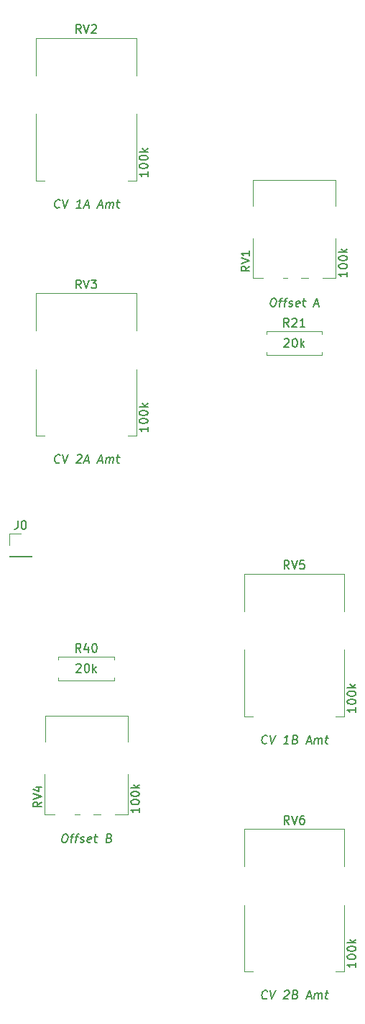
<source format=gto>
%TF.GenerationSoftware,KiCad,Pcbnew,9.0.4*%
%TF.CreationDate,2025-10-04T20:57:18+02:00*%
%TF.ProjectId,DMH_Dual_VCA_Mk2_PCB_2,444d485f-4475-4616-9c5f-5643415f4d6b,1*%
%TF.SameCoordinates,Original*%
%TF.FileFunction,Legend,Top*%
%TF.FilePolarity,Positive*%
%FSLAX46Y46*%
G04 Gerber Fmt 4.6, Leading zero omitted, Abs format (unit mm)*
G04 Created by KiCad (PCBNEW 9.0.4) date 2025-10-04 20:57:18*
%MOMM*%
%LPD*%
G01*
G04 APERTURE LIST*
%ADD10C,0.150000*%
%ADD11C,0.120000*%
%ADD12O,2.720000X3.240000*%
%ADD13R,1.800000X1.800000*%
%ADD14C,1.800000*%
%ADD15C,1.600000*%
%ADD16O,1.600000X1.600000*%
%ADD17O,4.000000X4.200000*%
%ADD18R,1.700000X1.700000*%
%ADD19O,1.700000X1.700000*%
G04 APERTURE END LIST*
D10*
X82004819Y-76195238D02*
X81528628Y-76528571D01*
X82004819Y-76766666D02*
X81004819Y-76766666D01*
X81004819Y-76766666D02*
X81004819Y-76385714D01*
X81004819Y-76385714D02*
X81052438Y-76290476D01*
X81052438Y-76290476D02*
X81100057Y-76242857D01*
X81100057Y-76242857D02*
X81195295Y-76195238D01*
X81195295Y-76195238D02*
X81338152Y-76195238D01*
X81338152Y-76195238D02*
X81433390Y-76242857D01*
X81433390Y-76242857D02*
X81481009Y-76290476D01*
X81481009Y-76290476D02*
X81528628Y-76385714D01*
X81528628Y-76385714D02*
X81528628Y-76766666D01*
X81004819Y-75909523D02*
X82004819Y-75576190D01*
X82004819Y-75576190D02*
X81004819Y-75242857D01*
X82004819Y-74385714D02*
X82004819Y-74957142D01*
X82004819Y-74671428D02*
X81004819Y-74671428D01*
X81004819Y-74671428D02*
X81147676Y-74766666D01*
X81147676Y-74766666D02*
X81242914Y-74861904D01*
X81242914Y-74861904D02*
X81290533Y-74957142D01*
X93504819Y-76871428D02*
X93504819Y-77442856D01*
X93504819Y-77157142D02*
X92504819Y-77157142D01*
X92504819Y-77157142D02*
X92647676Y-77252380D01*
X92647676Y-77252380D02*
X92742914Y-77347618D01*
X92742914Y-77347618D02*
X92790533Y-77442856D01*
X92504819Y-76252380D02*
X92504819Y-76157142D01*
X92504819Y-76157142D02*
X92552438Y-76061904D01*
X92552438Y-76061904D02*
X92600057Y-76014285D01*
X92600057Y-76014285D02*
X92695295Y-75966666D01*
X92695295Y-75966666D02*
X92885771Y-75919047D01*
X92885771Y-75919047D02*
X93123866Y-75919047D01*
X93123866Y-75919047D02*
X93314342Y-75966666D01*
X93314342Y-75966666D02*
X93409580Y-76014285D01*
X93409580Y-76014285D02*
X93457200Y-76061904D01*
X93457200Y-76061904D02*
X93504819Y-76157142D01*
X93504819Y-76157142D02*
X93504819Y-76252380D01*
X93504819Y-76252380D02*
X93457200Y-76347618D01*
X93457200Y-76347618D02*
X93409580Y-76395237D01*
X93409580Y-76395237D02*
X93314342Y-76442856D01*
X93314342Y-76442856D02*
X93123866Y-76490475D01*
X93123866Y-76490475D02*
X92885771Y-76490475D01*
X92885771Y-76490475D02*
X92695295Y-76442856D01*
X92695295Y-76442856D02*
X92600057Y-76395237D01*
X92600057Y-76395237D02*
X92552438Y-76347618D01*
X92552438Y-76347618D02*
X92504819Y-76252380D01*
X92504819Y-75299999D02*
X92504819Y-75204761D01*
X92504819Y-75204761D02*
X92552438Y-75109523D01*
X92552438Y-75109523D02*
X92600057Y-75061904D01*
X92600057Y-75061904D02*
X92695295Y-75014285D01*
X92695295Y-75014285D02*
X92885771Y-74966666D01*
X92885771Y-74966666D02*
X93123866Y-74966666D01*
X93123866Y-74966666D02*
X93314342Y-75014285D01*
X93314342Y-75014285D02*
X93409580Y-75061904D01*
X93409580Y-75061904D02*
X93457200Y-75109523D01*
X93457200Y-75109523D02*
X93504819Y-75204761D01*
X93504819Y-75204761D02*
X93504819Y-75299999D01*
X93504819Y-75299999D02*
X93457200Y-75395237D01*
X93457200Y-75395237D02*
X93409580Y-75442856D01*
X93409580Y-75442856D02*
X93314342Y-75490475D01*
X93314342Y-75490475D02*
X93123866Y-75538094D01*
X93123866Y-75538094D02*
X92885771Y-75538094D01*
X92885771Y-75538094D02*
X92695295Y-75490475D01*
X92695295Y-75490475D02*
X92600057Y-75442856D01*
X92600057Y-75442856D02*
X92552438Y-75395237D01*
X92552438Y-75395237D02*
X92504819Y-75299999D01*
X93504819Y-74538094D02*
X92504819Y-74538094D01*
X93123866Y-74442856D02*
X93504819Y-74157142D01*
X92838152Y-74157142D02*
X93219104Y-74538094D01*
X84773809Y-79954819D02*
X84964285Y-79954819D01*
X84964285Y-79954819D02*
X85053570Y-80002438D01*
X85053570Y-80002438D02*
X85136904Y-80097676D01*
X85136904Y-80097676D02*
X85160713Y-80288152D01*
X85160713Y-80288152D02*
X85119047Y-80621485D01*
X85119047Y-80621485D02*
X85047618Y-80811961D01*
X85047618Y-80811961D02*
X84940475Y-80907200D01*
X84940475Y-80907200D02*
X84839285Y-80954819D01*
X84839285Y-80954819D02*
X84648809Y-80954819D01*
X84648809Y-80954819D02*
X84559523Y-80907200D01*
X84559523Y-80907200D02*
X84476190Y-80811961D01*
X84476190Y-80811961D02*
X84452380Y-80621485D01*
X84452380Y-80621485D02*
X84494047Y-80288152D01*
X84494047Y-80288152D02*
X84565475Y-80097676D01*
X84565475Y-80097676D02*
X84672618Y-80002438D01*
X84672618Y-80002438D02*
X84773809Y-79954819D01*
X85446428Y-80288152D02*
X85827380Y-80288152D01*
X85505951Y-80954819D02*
X85613094Y-80097676D01*
X85613094Y-80097676D02*
X85672618Y-80002438D01*
X85672618Y-80002438D02*
X85773809Y-79954819D01*
X85773809Y-79954819D02*
X85869047Y-79954819D01*
X86017857Y-80288152D02*
X86398809Y-80288152D01*
X86077380Y-80954819D02*
X86184523Y-80097676D01*
X86184523Y-80097676D02*
X86244047Y-80002438D01*
X86244047Y-80002438D02*
X86345238Y-79954819D01*
X86345238Y-79954819D02*
X86440476Y-79954819D01*
X86607143Y-80907200D02*
X86696428Y-80954819D01*
X86696428Y-80954819D02*
X86886905Y-80954819D01*
X86886905Y-80954819D02*
X86988095Y-80907200D01*
X86988095Y-80907200D02*
X87047619Y-80811961D01*
X87047619Y-80811961D02*
X87053571Y-80764342D01*
X87053571Y-80764342D02*
X87017857Y-80669104D01*
X87017857Y-80669104D02*
X86928571Y-80621485D01*
X86928571Y-80621485D02*
X86785714Y-80621485D01*
X86785714Y-80621485D02*
X86696428Y-80573866D01*
X86696428Y-80573866D02*
X86660714Y-80478628D01*
X86660714Y-80478628D02*
X86666667Y-80431009D01*
X86666667Y-80431009D02*
X86726190Y-80335771D01*
X86726190Y-80335771D02*
X86827381Y-80288152D01*
X86827381Y-80288152D02*
X86970238Y-80288152D01*
X86970238Y-80288152D02*
X87059524Y-80335771D01*
X87845238Y-80907200D02*
X87744048Y-80954819D01*
X87744048Y-80954819D02*
X87553571Y-80954819D01*
X87553571Y-80954819D02*
X87464286Y-80907200D01*
X87464286Y-80907200D02*
X87428571Y-80811961D01*
X87428571Y-80811961D02*
X87476191Y-80431009D01*
X87476191Y-80431009D02*
X87535714Y-80335771D01*
X87535714Y-80335771D02*
X87636905Y-80288152D01*
X87636905Y-80288152D02*
X87827381Y-80288152D01*
X87827381Y-80288152D02*
X87916667Y-80335771D01*
X87916667Y-80335771D02*
X87952381Y-80431009D01*
X87952381Y-80431009D02*
X87940476Y-80526247D01*
X87940476Y-80526247D02*
X87452381Y-80621485D01*
X88255953Y-80288152D02*
X88636905Y-80288152D01*
X88440476Y-79954819D02*
X88333334Y-80811961D01*
X88333334Y-80811961D02*
X88369048Y-80907200D01*
X88369048Y-80907200D02*
X88458334Y-80954819D01*
X88458334Y-80954819D02*
X88553572Y-80954819D01*
X89636906Y-80669104D02*
X90113096Y-80669104D01*
X89505953Y-80954819D02*
X89964287Y-79954819D01*
X89964287Y-79954819D02*
X90172620Y-80954819D01*
X86607142Y-83334819D02*
X86273809Y-82858628D01*
X86035714Y-83334819D02*
X86035714Y-82334819D01*
X86035714Y-82334819D02*
X86416666Y-82334819D01*
X86416666Y-82334819D02*
X86511904Y-82382438D01*
X86511904Y-82382438D02*
X86559523Y-82430057D01*
X86559523Y-82430057D02*
X86607142Y-82525295D01*
X86607142Y-82525295D02*
X86607142Y-82668152D01*
X86607142Y-82668152D02*
X86559523Y-82763390D01*
X86559523Y-82763390D02*
X86511904Y-82811009D01*
X86511904Y-82811009D02*
X86416666Y-82858628D01*
X86416666Y-82858628D02*
X86035714Y-82858628D01*
X86988095Y-82430057D02*
X87035714Y-82382438D01*
X87035714Y-82382438D02*
X87130952Y-82334819D01*
X87130952Y-82334819D02*
X87369047Y-82334819D01*
X87369047Y-82334819D02*
X87464285Y-82382438D01*
X87464285Y-82382438D02*
X87511904Y-82430057D01*
X87511904Y-82430057D02*
X87559523Y-82525295D01*
X87559523Y-82525295D02*
X87559523Y-82620533D01*
X87559523Y-82620533D02*
X87511904Y-82763390D01*
X87511904Y-82763390D02*
X86940476Y-83334819D01*
X86940476Y-83334819D02*
X87559523Y-83334819D01*
X88511904Y-83334819D02*
X87940476Y-83334819D01*
X88226190Y-83334819D02*
X88226190Y-82334819D01*
X88226190Y-82334819D02*
X88130952Y-82477676D01*
X88130952Y-82477676D02*
X88035714Y-82572914D01*
X88035714Y-82572914D02*
X87940476Y-82620533D01*
X86083333Y-84800057D02*
X86130952Y-84752438D01*
X86130952Y-84752438D02*
X86226190Y-84704819D01*
X86226190Y-84704819D02*
X86464285Y-84704819D01*
X86464285Y-84704819D02*
X86559523Y-84752438D01*
X86559523Y-84752438D02*
X86607142Y-84800057D01*
X86607142Y-84800057D02*
X86654761Y-84895295D01*
X86654761Y-84895295D02*
X86654761Y-84990533D01*
X86654761Y-84990533D02*
X86607142Y-85133390D01*
X86607142Y-85133390D02*
X86035714Y-85704819D01*
X86035714Y-85704819D02*
X86654761Y-85704819D01*
X87273809Y-84704819D02*
X87369047Y-84704819D01*
X87369047Y-84704819D02*
X87464285Y-84752438D01*
X87464285Y-84752438D02*
X87511904Y-84800057D01*
X87511904Y-84800057D02*
X87559523Y-84895295D01*
X87559523Y-84895295D02*
X87607142Y-85085771D01*
X87607142Y-85085771D02*
X87607142Y-85323866D01*
X87607142Y-85323866D02*
X87559523Y-85514342D01*
X87559523Y-85514342D02*
X87511904Y-85609580D01*
X87511904Y-85609580D02*
X87464285Y-85657200D01*
X87464285Y-85657200D02*
X87369047Y-85704819D01*
X87369047Y-85704819D02*
X87273809Y-85704819D01*
X87273809Y-85704819D02*
X87178571Y-85657200D01*
X87178571Y-85657200D02*
X87130952Y-85609580D01*
X87130952Y-85609580D02*
X87083333Y-85514342D01*
X87083333Y-85514342D02*
X87035714Y-85323866D01*
X87035714Y-85323866D02*
X87035714Y-85085771D01*
X87035714Y-85085771D02*
X87083333Y-84895295D01*
X87083333Y-84895295D02*
X87130952Y-84800057D01*
X87130952Y-84800057D02*
X87178571Y-84752438D01*
X87178571Y-84752438D02*
X87273809Y-84704819D01*
X88035714Y-85704819D02*
X88035714Y-84704819D01*
X88130952Y-85323866D02*
X88416666Y-85704819D01*
X88416666Y-85038152D02*
X88035714Y-85419104D01*
X86654761Y-141804819D02*
X86321428Y-141328628D01*
X86083333Y-141804819D02*
X86083333Y-140804819D01*
X86083333Y-140804819D02*
X86464285Y-140804819D01*
X86464285Y-140804819D02*
X86559523Y-140852438D01*
X86559523Y-140852438D02*
X86607142Y-140900057D01*
X86607142Y-140900057D02*
X86654761Y-140995295D01*
X86654761Y-140995295D02*
X86654761Y-141138152D01*
X86654761Y-141138152D02*
X86607142Y-141233390D01*
X86607142Y-141233390D02*
X86559523Y-141281009D01*
X86559523Y-141281009D02*
X86464285Y-141328628D01*
X86464285Y-141328628D02*
X86083333Y-141328628D01*
X86940476Y-140804819D02*
X87273809Y-141804819D01*
X87273809Y-141804819D02*
X87607142Y-140804819D01*
X88369047Y-140804819D02*
X88178571Y-140804819D01*
X88178571Y-140804819D02*
X88083333Y-140852438D01*
X88083333Y-140852438D02*
X88035714Y-140900057D01*
X88035714Y-140900057D02*
X87940476Y-141042914D01*
X87940476Y-141042914D02*
X87892857Y-141233390D01*
X87892857Y-141233390D02*
X87892857Y-141614342D01*
X87892857Y-141614342D02*
X87940476Y-141709580D01*
X87940476Y-141709580D02*
X87988095Y-141757200D01*
X87988095Y-141757200D02*
X88083333Y-141804819D01*
X88083333Y-141804819D02*
X88273809Y-141804819D01*
X88273809Y-141804819D02*
X88369047Y-141757200D01*
X88369047Y-141757200D02*
X88416666Y-141709580D01*
X88416666Y-141709580D02*
X88464285Y-141614342D01*
X88464285Y-141614342D02*
X88464285Y-141376247D01*
X88464285Y-141376247D02*
X88416666Y-141281009D01*
X88416666Y-141281009D02*
X88369047Y-141233390D01*
X88369047Y-141233390D02*
X88273809Y-141185771D01*
X88273809Y-141185771D02*
X88083333Y-141185771D01*
X88083333Y-141185771D02*
X87988095Y-141233390D01*
X87988095Y-141233390D02*
X87940476Y-141281009D01*
X87940476Y-141281009D02*
X87892857Y-141376247D01*
X94504819Y-158071428D02*
X94504819Y-158642856D01*
X94504819Y-158357142D02*
X93504819Y-158357142D01*
X93504819Y-158357142D02*
X93647676Y-158452380D01*
X93647676Y-158452380D02*
X93742914Y-158547618D01*
X93742914Y-158547618D02*
X93790533Y-158642856D01*
X93504819Y-157452380D02*
X93504819Y-157357142D01*
X93504819Y-157357142D02*
X93552438Y-157261904D01*
X93552438Y-157261904D02*
X93600057Y-157214285D01*
X93600057Y-157214285D02*
X93695295Y-157166666D01*
X93695295Y-157166666D02*
X93885771Y-157119047D01*
X93885771Y-157119047D02*
X94123866Y-157119047D01*
X94123866Y-157119047D02*
X94314342Y-157166666D01*
X94314342Y-157166666D02*
X94409580Y-157214285D01*
X94409580Y-157214285D02*
X94457200Y-157261904D01*
X94457200Y-157261904D02*
X94504819Y-157357142D01*
X94504819Y-157357142D02*
X94504819Y-157452380D01*
X94504819Y-157452380D02*
X94457200Y-157547618D01*
X94457200Y-157547618D02*
X94409580Y-157595237D01*
X94409580Y-157595237D02*
X94314342Y-157642856D01*
X94314342Y-157642856D02*
X94123866Y-157690475D01*
X94123866Y-157690475D02*
X93885771Y-157690475D01*
X93885771Y-157690475D02*
X93695295Y-157642856D01*
X93695295Y-157642856D02*
X93600057Y-157595237D01*
X93600057Y-157595237D02*
X93552438Y-157547618D01*
X93552438Y-157547618D02*
X93504819Y-157452380D01*
X93504819Y-156499999D02*
X93504819Y-156404761D01*
X93504819Y-156404761D02*
X93552438Y-156309523D01*
X93552438Y-156309523D02*
X93600057Y-156261904D01*
X93600057Y-156261904D02*
X93695295Y-156214285D01*
X93695295Y-156214285D02*
X93885771Y-156166666D01*
X93885771Y-156166666D02*
X94123866Y-156166666D01*
X94123866Y-156166666D02*
X94314342Y-156214285D01*
X94314342Y-156214285D02*
X94409580Y-156261904D01*
X94409580Y-156261904D02*
X94457200Y-156309523D01*
X94457200Y-156309523D02*
X94504819Y-156404761D01*
X94504819Y-156404761D02*
X94504819Y-156499999D01*
X94504819Y-156499999D02*
X94457200Y-156595237D01*
X94457200Y-156595237D02*
X94409580Y-156642856D01*
X94409580Y-156642856D02*
X94314342Y-156690475D01*
X94314342Y-156690475D02*
X94123866Y-156738094D01*
X94123866Y-156738094D02*
X93885771Y-156738094D01*
X93885771Y-156738094D02*
X93695295Y-156690475D01*
X93695295Y-156690475D02*
X93600057Y-156642856D01*
X93600057Y-156642856D02*
X93552438Y-156595237D01*
X93552438Y-156595237D02*
X93504819Y-156499999D01*
X94504819Y-155738094D02*
X93504819Y-155738094D01*
X94123866Y-155642856D02*
X94504819Y-155357142D01*
X93838152Y-155357142D02*
X94219104Y-155738094D01*
X84017857Y-162259580D02*
X83964285Y-162307200D01*
X83964285Y-162307200D02*
X83815476Y-162354819D01*
X83815476Y-162354819D02*
X83720238Y-162354819D01*
X83720238Y-162354819D02*
X83583333Y-162307200D01*
X83583333Y-162307200D02*
X83500000Y-162211961D01*
X83500000Y-162211961D02*
X83464285Y-162116723D01*
X83464285Y-162116723D02*
X83440476Y-161926247D01*
X83440476Y-161926247D02*
X83458333Y-161783390D01*
X83458333Y-161783390D02*
X83529761Y-161592914D01*
X83529761Y-161592914D02*
X83589285Y-161497676D01*
X83589285Y-161497676D02*
X83696428Y-161402438D01*
X83696428Y-161402438D02*
X83845238Y-161354819D01*
X83845238Y-161354819D02*
X83940476Y-161354819D01*
X83940476Y-161354819D02*
X84077381Y-161402438D01*
X84077381Y-161402438D02*
X84119047Y-161450057D01*
X84416666Y-161354819D02*
X84625000Y-162354819D01*
X84625000Y-162354819D02*
X85083333Y-161354819D01*
X86119048Y-161450057D02*
X86172619Y-161402438D01*
X86172619Y-161402438D02*
X86273809Y-161354819D01*
X86273809Y-161354819D02*
X86511905Y-161354819D01*
X86511905Y-161354819D02*
X86601190Y-161402438D01*
X86601190Y-161402438D02*
X86642857Y-161450057D01*
X86642857Y-161450057D02*
X86678571Y-161545295D01*
X86678571Y-161545295D02*
X86666667Y-161640533D01*
X86666667Y-161640533D02*
X86601190Y-161783390D01*
X86601190Y-161783390D02*
X85958333Y-162354819D01*
X85958333Y-162354819D02*
X86577381Y-162354819D01*
X87404762Y-161831009D02*
X87541667Y-161878628D01*
X87541667Y-161878628D02*
X87583333Y-161926247D01*
X87583333Y-161926247D02*
X87619048Y-162021485D01*
X87619048Y-162021485D02*
X87601190Y-162164342D01*
X87601190Y-162164342D02*
X87541667Y-162259580D01*
X87541667Y-162259580D02*
X87488095Y-162307200D01*
X87488095Y-162307200D02*
X87386905Y-162354819D01*
X87386905Y-162354819D02*
X87005952Y-162354819D01*
X87005952Y-162354819D02*
X87130952Y-161354819D01*
X87130952Y-161354819D02*
X87464286Y-161354819D01*
X87464286Y-161354819D02*
X87553571Y-161402438D01*
X87553571Y-161402438D02*
X87595238Y-161450057D01*
X87595238Y-161450057D02*
X87630952Y-161545295D01*
X87630952Y-161545295D02*
X87619048Y-161640533D01*
X87619048Y-161640533D02*
X87559524Y-161735771D01*
X87559524Y-161735771D02*
X87505952Y-161783390D01*
X87505952Y-161783390D02*
X87404762Y-161831009D01*
X87404762Y-161831009D02*
X87071429Y-161831009D01*
X88755953Y-162069104D02*
X89232143Y-162069104D01*
X88625000Y-162354819D02*
X89083334Y-161354819D01*
X89083334Y-161354819D02*
X89291667Y-162354819D01*
X89625000Y-162354819D02*
X89708334Y-161688152D01*
X89696429Y-161783390D02*
X89750000Y-161735771D01*
X89750000Y-161735771D02*
X89851191Y-161688152D01*
X89851191Y-161688152D02*
X89994048Y-161688152D01*
X89994048Y-161688152D02*
X90083334Y-161735771D01*
X90083334Y-161735771D02*
X90119048Y-161831009D01*
X90119048Y-161831009D02*
X90053572Y-162354819D01*
X90119048Y-161831009D02*
X90178572Y-161735771D01*
X90178572Y-161735771D02*
X90279762Y-161688152D01*
X90279762Y-161688152D02*
X90422619Y-161688152D01*
X90422619Y-161688152D02*
X90511905Y-161735771D01*
X90511905Y-161735771D02*
X90547619Y-161831009D01*
X90547619Y-161831009D02*
X90482143Y-162354819D01*
X90898810Y-161688152D02*
X91279762Y-161688152D01*
X91083333Y-161354819D02*
X90976191Y-162211961D01*
X90976191Y-162211961D02*
X91011905Y-162307200D01*
X91011905Y-162307200D02*
X91101191Y-162354819D01*
X91101191Y-162354819D02*
X91196429Y-162354819D01*
X62154761Y-48804819D02*
X61821428Y-48328628D01*
X61583333Y-48804819D02*
X61583333Y-47804819D01*
X61583333Y-47804819D02*
X61964285Y-47804819D01*
X61964285Y-47804819D02*
X62059523Y-47852438D01*
X62059523Y-47852438D02*
X62107142Y-47900057D01*
X62107142Y-47900057D02*
X62154761Y-47995295D01*
X62154761Y-47995295D02*
X62154761Y-48138152D01*
X62154761Y-48138152D02*
X62107142Y-48233390D01*
X62107142Y-48233390D02*
X62059523Y-48281009D01*
X62059523Y-48281009D02*
X61964285Y-48328628D01*
X61964285Y-48328628D02*
X61583333Y-48328628D01*
X62440476Y-47804819D02*
X62773809Y-48804819D01*
X62773809Y-48804819D02*
X63107142Y-47804819D01*
X63392857Y-47900057D02*
X63440476Y-47852438D01*
X63440476Y-47852438D02*
X63535714Y-47804819D01*
X63535714Y-47804819D02*
X63773809Y-47804819D01*
X63773809Y-47804819D02*
X63869047Y-47852438D01*
X63869047Y-47852438D02*
X63916666Y-47900057D01*
X63916666Y-47900057D02*
X63964285Y-47995295D01*
X63964285Y-47995295D02*
X63964285Y-48090533D01*
X63964285Y-48090533D02*
X63916666Y-48233390D01*
X63916666Y-48233390D02*
X63345238Y-48804819D01*
X63345238Y-48804819D02*
X63964285Y-48804819D01*
X70004819Y-65071428D02*
X70004819Y-65642856D01*
X70004819Y-65357142D02*
X69004819Y-65357142D01*
X69004819Y-65357142D02*
X69147676Y-65452380D01*
X69147676Y-65452380D02*
X69242914Y-65547618D01*
X69242914Y-65547618D02*
X69290533Y-65642856D01*
X69004819Y-64452380D02*
X69004819Y-64357142D01*
X69004819Y-64357142D02*
X69052438Y-64261904D01*
X69052438Y-64261904D02*
X69100057Y-64214285D01*
X69100057Y-64214285D02*
X69195295Y-64166666D01*
X69195295Y-64166666D02*
X69385771Y-64119047D01*
X69385771Y-64119047D02*
X69623866Y-64119047D01*
X69623866Y-64119047D02*
X69814342Y-64166666D01*
X69814342Y-64166666D02*
X69909580Y-64214285D01*
X69909580Y-64214285D02*
X69957200Y-64261904D01*
X69957200Y-64261904D02*
X70004819Y-64357142D01*
X70004819Y-64357142D02*
X70004819Y-64452380D01*
X70004819Y-64452380D02*
X69957200Y-64547618D01*
X69957200Y-64547618D02*
X69909580Y-64595237D01*
X69909580Y-64595237D02*
X69814342Y-64642856D01*
X69814342Y-64642856D02*
X69623866Y-64690475D01*
X69623866Y-64690475D02*
X69385771Y-64690475D01*
X69385771Y-64690475D02*
X69195295Y-64642856D01*
X69195295Y-64642856D02*
X69100057Y-64595237D01*
X69100057Y-64595237D02*
X69052438Y-64547618D01*
X69052438Y-64547618D02*
X69004819Y-64452380D01*
X69004819Y-63499999D02*
X69004819Y-63404761D01*
X69004819Y-63404761D02*
X69052438Y-63309523D01*
X69052438Y-63309523D02*
X69100057Y-63261904D01*
X69100057Y-63261904D02*
X69195295Y-63214285D01*
X69195295Y-63214285D02*
X69385771Y-63166666D01*
X69385771Y-63166666D02*
X69623866Y-63166666D01*
X69623866Y-63166666D02*
X69814342Y-63214285D01*
X69814342Y-63214285D02*
X69909580Y-63261904D01*
X69909580Y-63261904D02*
X69957200Y-63309523D01*
X69957200Y-63309523D02*
X70004819Y-63404761D01*
X70004819Y-63404761D02*
X70004819Y-63499999D01*
X70004819Y-63499999D02*
X69957200Y-63595237D01*
X69957200Y-63595237D02*
X69909580Y-63642856D01*
X69909580Y-63642856D02*
X69814342Y-63690475D01*
X69814342Y-63690475D02*
X69623866Y-63738094D01*
X69623866Y-63738094D02*
X69385771Y-63738094D01*
X69385771Y-63738094D02*
X69195295Y-63690475D01*
X69195295Y-63690475D02*
X69100057Y-63642856D01*
X69100057Y-63642856D02*
X69052438Y-63595237D01*
X69052438Y-63595237D02*
X69004819Y-63499999D01*
X70004819Y-62738094D02*
X69004819Y-62738094D01*
X69623866Y-62642856D02*
X70004819Y-62357142D01*
X69338152Y-62357142D02*
X69719104Y-62738094D01*
X59589285Y-69259580D02*
X59535713Y-69307200D01*
X59535713Y-69307200D02*
X59386904Y-69354819D01*
X59386904Y-69354819D02*
X59291666Y-69354819D01*
X59291666Y-69354819D02*
X59154761Y-69307200D01*
X59154761Y-69307200D02*
X59071428Y-69211961D01*
X59071428Y-69211961D02*
X59035713Y-69116723D01*
X59035713Y-69116723D02*
X59011904Y-68926247D01*
X59011904Y-68926247D02*
X59029761Y-68783390D01*
X59029761Y-68783390D02*
X59101189Y-68592914D01*
X59101189Y-68592914D02*
X59160713Y-68497676D01*
X59160713Y-68497676D02*
X59267856Y-68402438D01*
X59267856Y-68402438D02*
X59416666Y-68354819D01*
X59416666Y-68354819D02*
X59511904Y-68354819D01*
X59511904Y-68354819D02*
X59648809Y-68402438D01*
X59648809Y-68402438D02*
X59690475Y-68450057D01*
X59988094Y-68354819D02*
X60196428Y-69354819D01*
X60196428Y-69354819D02*
X60654761Y-68354819D01*
X62148809Y-69354819D02*
X61577380Y-69354819D01*
X61863095Y-69354819D02*
X61988095Y-68354819D01*
X61988095Y-68354819D02*
X61874999Y-68497676D01*
X61874999Y-68497676D02*
X61767857Y-68592914D01*
X61767857Y-68592914D02*
X61666666Y-68640533D01*
X62565476Y-69069104D02*
X63041666Y-69069104D01*
X62434523Y-69354819D02*
X62892857Y-68354819D01*
X62892857Y-68354819D02*
X63101190Y-69354819D01*
X64184524Y-69069104D02*
X64660714Y-69069104D01*
X64053571Y-69354819D02*
X64511905Y-68354819D01*
X64511905Y-68354819D02*
X64720238Y-69354819D01*
X65053571Y-69354819D02*
X65136905Y-68688152D01*
X65125000Y-68783390D02*
X65178571Y-68735771D01*
X65178571Y-68735771D02*
X65279762Y-68688152D01*
X65279762Y-68688152D02*
X65422619Y-68688152D01*
X65422619Y-68688152D02*
X65511905Y-68735771D01*
X65511905Y-68735771D02*
X65547619Y-68831009D01*
X65547619Y-68831009D02*
X65482143Y-69354819D01*
X65547619Y-68831009D02*
X65607143Y-68735771D01*
X65607143Y-68735771D02*
X65708333Y-68688152D01*
X65708333Y-68688152D02*
X65851190Y-68688152D01*
X65851190Y-68688152D02*
X65940476Y-68735771D01*
X65940476Y-68735771D02*
X65976190Y-68831009D01*
X65976190Y-68831009D02*
X65910714Y-69354819D01*
X66327381Y-68688152D02*
X66708333Y-68688152D01*
X66511904Y-68354819D02*
X66404762Y-69211961D01*
X66404762Y-69211961D02*
X66440476Y-69307200D01*
X66440476Y-69307200D02*
X66529762Y-69354819D01*
X66529762Y-69354819D02*
X66625000Y-69354819D01*
X62154761Y-78804819D02*
X61821428Y-78328628D01*
X61583333Y-78804819D02*
X61583333Y-77804819D01*
X61583333Y-77804819D02*
X61964285Y-77804819D01*
X61964285Y-77804819D02*
X62059523Y-77852438D01*
X62059523Y-77852438D02*
X62107142Y-77900057D01*
X62107142Y-77900057D02*
X62154761Y-77995295D01*
X62154761Y-77995295D02*
X62154761Y-78138152D01*
X62154761Y-78138152D02*
X62107142Y-78233390D01*
X62107142Y-78233390D02*
X62059523Y-78281009D01*
X62059523Y-78281009D02*
X61964285Y-78328628D01*
X61964285Y-78328628D02*
X61583333Y-78328628D01*
X62440476Y-77804819D02*
X62773809Y-78804819D01*
X62773809Y-78804819D02*
X63107142Y-77804819D01*
X63345238Y-77804819D02*
X63964285Y-77804819D01*
X63964285Y-77804819D02*
X63630952Y-78185771D01*
X63630952Y-78185771D02*
X63773809Y-78185771D01*
X63773809Y-78185771D02*
X63869047Y-78233390D01*
X63869047Y-78233390D02*
X63916666Y-78281009D01*
X63916666Y-78281009D02*
X63964285Y-78376247D01*
X63964285Y-78376247D02*
X63964285Y-78614342D01*
X63964285Y-78614342D02*
X63916666Y-78709580D01*
X63916666Y-78709580D02*
X63869047Y-78757200D01*
X63869047Y-78757200D02*
X63773809Y-78804819D01*
X63773809Y-78804819D02*
X63488095Y-78804819D01*
X63488095Y-78804819D02*
X63392857Y-78757200D01*
X63392857Y-78757200D02*
X63345238Y-78709580D01*
X70004819Y-95071428D02*
X70004819Y-95642856D01*
X70004819Y-95357142D02*
X69004819Y-95357142D01*
X69004819Y-95357142D02*
X69147676Y-95452380D01*
X69147676Y-95452380D02*
X69242914Y-95547618D01*
X69242914Y-95547618D02*
X69290533Y-95642856D01*
X69004819Y-94452380D02*
X69004819Y-94357142D01*
X69004819Y-94357142D02*
X69052438Y-94261904D01*
X69052438Y-94261904D02*
X69100057Y-94214285D01*
X69100057Y-94214285D02*
X69195295Y-94166666D01*
X69195295Y-94166666D02*
X69385771Y-94119047D01*
X69385771Y-94119047D02*
X69623866Y-94119047D01*
X69623866Y-94119047D02*
X69814342Y-94166666D01*
X69814342Y-94166666D02*
X69909580Y-94214285D01*
X69909580Y-94214285D02*
X69957200Y-94261904D01*
X69957200Y-94261904D02*
X70004819Y-94357142D01*
X70004819Y-94357142D02*
X70004819Y-94452380D01*
X70004819Y-94452380D02*
X69957200Y-94547618D01*
X69957200Y-94547618D02*
X69909580Y-94595237D01*
X69909580Y-94595237D02*
X69814342Y-94642856D01*
X69814342Y-94642856D02*
X69623866Y-94690475D01*
X69623866Y-94690475D02*
X69385771Y-94690475D01*
X69385771Y-94690475D02*
X69195295Y-94642856D01*
X69195295Y-94642856D02*
X69100057Y-94595237D01*
X69100057Y-94595237D02*
X69052438Y-94547618D01*
X69052438Y-94547618D02*
X69004819Y-94452380D01*
X69004819Y-93499999D02*
X69004819Y-93404761D01*
X69004819Y-93404761D02*
X69052438Y-93309523D01*
X69052438Y-93309523D02*
X69100057Y-93261904D01*
X69100057Y-93261904D02*
X69195295Y-93214285D01*
X69195295Y-93214285D02*
X69385771Y-93166666D01*
X69385771Y-93166666D02*
X69623866Y-93166666D01*
X69623866Y-93166666D02*
X69814342Y-93214285D01*
X69814342Y-93214285D02*
X69909580Y-93261904D01*
X69909580Y-93261904D02*
X69957200Y-93309523D01*
X69957200Y-93309523D02*
X70004819Y-93404761D01*
X70004819Y-93404761D02*
X70004819Y-93499999D01*
X70004819Y-93499999D02*
X69957200Y-93595237D01*
X69957200Y-93595237D02*
X69909580Y-93642856D01*
X69909580Y-93642856D02*
X69814342Y-93690475D01*
X69814342Y-93690475D02*
X69623866Y-93738094D01*
X69623866Y-93738094D02*
X69385771Y-93738094D01*
X69385771Y-93738094D02*
X69195295Y-93690475D01*
X69195295Y-93690475D02*
X69100057Y-93642856D01*
X69100057Y-93642856D02*
X69052438Y-93595237D01*
X69052438Y-93595237D02*
X69004819Y-93499999D01*
X70004819Y-92738094D02*
X69004819Y-92738094D01*
X69623866Y-92642856D02*
X70004819Y-92357142D01*
X69338152Y-92357142D02*
X69719104Y-92738094D01*
X59589285Y-99259580D02*
X59535713Y-99307200D01*
X59535713Y-99307200D02*
X59386904Y-99354819D01*
X59386904Y-99354819D02*
X59291666Y-99354819D01*
X59291666Y-99354819D02*
X59154761Y-99307200D01*
X59154761Y-99307200D02*
X59071428Y-99211961D01*
X59071428Y-99211961D02*
X59035713Y-99116723D01*
X59035713Y-99116723D02*
X59011904Y-98926247D01*
X59011904Y-98926247D02*
X59029761Y-98783390D01*
X59029761Y-98783390D02*
X59101189Y-98592914D01*
X59101189Y-98592914D02*
X59160713Y-98497676D01*
X59160713Y-98497676D02*
X59267856Y-98402438D01*
X59267856Y-98402438D02*
X59416666Y-98354819D01*
X59416666Y-98354819D02*
X59511904Y-98354819D01*
X59511904Y-98354819D02*
X59648809Y-98402438D01*
X59648809Y-98402438D02*
X59690475Y-98450057D01*
X59988094Y-98354819D02*
X60196428Y-99354819D01*
X60196428Y-99354819D02*
X60654761Y-98354819D01*
X61690476Y-98450057D02*
X61744047Y-98402438D01*
X61744047Y-98402438D02*
X61845237Y-98354819D01*
X61845237Y-98354819D02*
X62083333Y-98354819D01*
X62083333Y-98354819D02*
X62172618Y-98402438D01*
X62172618Y-98402438D02*
X62214285Y-98450057D01*
X62214285Y-98450057D02*
X62249999Y-98545295D01*
X62249999Y-98545295D02*
X62238095Y-98640533D01*
X62238095Y-98640533D02*
X62172618Y-98783390D01*
X62172618Y-98783390D02*
X61529761Y-99354819D01*
X61529761Y-99354819D02*
X62148809Y-99354819D01*
X62565476Y-99069104D02*
X63041666Y-99069104D01*
X62434523Y-99354819D02*
X62892857Y-98354819D01*
X62892857Y-98354819D02*
X63101190Y-99354819D01*
X64184524Y-99069104D02*
X64660714Y-99069104D01*
X64053571Y-99354819D02*
X64511905Y-98354819D01*
X64511905Y-98354819D02*
X64720238Y-99354819D01*
X65053571Y-99354819D02*
X65136905Y-98688152D01*
X65125000Y-98783390D02*
X65178571Y-98735771D01*
X65178571Y-98735771D02*
X65279762Y-98688152D01*
X65279762Y-98688152D02*
X65422619Y-98688152D01*
X65422619Y-98688152D02*
X65511905Y-98735771D01*
X65511905Y-98735771D02*
X65547619Y-98831009D01*
X65547619Y-98831009D02*
X65482143Y-99354819D01*
X65547619Y-98831009D02*
X65607143Y-98735771D01*
X65607143Y-98735771D02*
X65708333Y-98688152D01*
X65708333Y-98688152D02*
X65851190Y-98688152D01*
X65851190Y-98688152D02*
X65940476Y-98735771D01*
X65940476Y-98735771D02*
X65976190Y-98831009D01*
X65976190Y-98831009D02*
X65910714Y-99354819D01*
X66327381Y-98688152D02*
X66708333Y-98688152D01*
X66511904Y-98354819D02*
X66404762Y-99211961D01*
X66404762Y-99211961D02*
X66440476Y-99307200D01*
X66440476Y-99307200D02*
X66529762Y-99354819D01*
X66529762Y-99354819D02*
X66625000Y-99354819D01*
X54666666Y-106124819D02*
X54666666Y-106839104D01*
X54666666Y-106839104D02*
X54619047Y-106981961D01*
X54619047Y-106981961D02*
X54523809Y-107077200D01*
X54523809Y-107077200D02*
X54380952Y-107124819D01*
X54380952Y-107124819D02*
X54285714Y-107124819D01*
X55333333Y-106124819D02*
X55428571Y-106124819D01*
X55428571Y-106124819D02*
X55523809Y-106172438D01*
X55523809Y-106172438D02*
X55571428Y-106220057D01*
X55571428Y-106220057D02*
X55619047Y-106315295D01*
X55619047Y-106315295D02*
X55666666Y-106505771D01*
X55666666Y-106505771D02*
X55666666Y-106743866D01*
X55666666Y-106743866D02*
X55619047Y-106934342D01*
X55619047Y-106934342D02*
X55571428Y-107029580D01*
X55571428Y-107029580D02*
X55523809Y-107077200D01*
X55523809Y-107077200D02*
X55428571Y-107124819D01*
X55428571Y-107124819D02*
X55333333Y-107124819D01*
X55333333Y-107124819D02*
X55238095Y-107077200D01*
X55238095Y-107077200D02*
X55190476Y-107029580D01*
X55190476Y-107029580D02*
X55142857Y-106934342D01*
X55142857Y-106934342D02*
X55095238Y-106743866D01*
X55095238Y-106743866D02*
X55095238Y-106505771D01*
X55095238Y-106505771D02*
X55142857Y-106315295D01*
X55142857Y-106315295D02*
X55190476Y-106220057D01*
X55190476Y-106220057D02*
X55238095Y-106172438D01*
X55238095Y-106172438D02*
X55333333Y-106124819D01*
X57504819Y-139195238D02*
X57028628Y-139528571D01*
X57504819Y-139766666D02*
X56504819Y-139766666D01*
X56504819Y-139766666D02*
X56504819Y-139385714D01*
X56504819Y-139385714D02*
X56552438Y-139290476D01*
X56552438Y-139290476D02*
X56600057Y-139242857D01*
X56600057Y-139242857D02*
X56695295Y-139195238D01*
X56695295Y-139195238D02*
X56838152Y-139195238D01*
X56838152Y-139195238D02*
X56933390Y-139242857D01*
X56933390Y-139242857D02*
X56981009Y-139290476D01*
X56981009Y-139290476D02*
X57028628Y-139385714D01*
X57028628Y-139385714D02*
X57028628Y-139766666D01*
X56504819Y-138909523D02*
X57504819Y-138576190D01*
X57504819Y-138576190D02*
X56504819Y-138242857D01*
X56838152Y-137480952D02*
X57504819Y-137480952D01*
X56457200Y-137719047D02*
X57171485Y-137957142D01*
X57171485Y-137957142D02*
X57171485Y-137338095D01*
X69004819Y-139871428D02*
X69004819Y-140442856D01*
X69004819Y-140157142D02*
X68004819Y-140157142D01*
X68004819Y-140157142D02*
X68147676Y-140252380D01*
X68147676Y-140252380D02*
X68242914Y-140347618D01*
X68242914Y-140347618D02*
X68290533Y-140442856D01*
X68004819Y-139252380D02*
X68004819Y-139157142D01*
X68004819Y-139157142D02*
X68052438Y-139061904D01*
X68052438Y-139061904D02*
X68100057Y-139014285D01*
X68100057Y-139014285D02*
X68195295Y-138966666D01*
X68195295Y-138966666D02*
X68385771Y-138919047D01*
X68385771Y-138919047D02*
X68623866Y-138919047D01*
X68623866Y-138919047D02*
X68814342Y-138966666D01*
X68814342Y-138966666D02*
X68909580Y-139014285D01*
X68909580Y-139014285D02*
X68957200Y-139061904D01*
X68957200Y-139061904D02*
X69004819Y-139157142D01*
X69004819Y-139157142D02*
X69004819Y-139252380D01*
X69004819Y-139252380D02*
X68957200Y-139347618D01*
X68957200Y-139347618D02*
X68909580Y-139395237D01*
X68909580Y-139395237D02*
X68814342Y-139442856D01*
X68814342Y-139442856D02*
X68623866Y-139490475D01*
X68623866Y-139490475D02*
X68385771Y-139490475D01*
X68385771Y-139490475D02*
X68195295Y-139442856D01*
X68195295Y-139442856D02*
X68100057Y-139395237D01*
X68100057Y-139395237D02*
X68052438Y-139347618D01*
X68052438Y-139347618D02*
X68004819Y-139252380D01*
X68004819Y-138299999D02*
X68004819Y-138204761D01*
X68004819Y-138204761D02*
X68052438Y-138109523D01*
X68052438Y-138109523D02*
X68100057Y-138061904D01*
X68100057Y-138061904D02*
X68195295Y-138014285D01*
X68195295Y-138014285D02*
X68385771Y-137966666D01*
X68385771Y-137966666D02*
X68623866Y-137966666D01*
X68623866Y-137966666D02*
X68814342Y-138014285D01*
X68814342Y-138014285D02*
X68909580Y-138061904D01*
X68909580Y-138061904D02*
X68957200Y-138109523D01*
X68957200Y-138109523D02*
X69004819Y-138204761D01*
X69004819Y-138204761D02*
X69004819Y-138299999D01*
X69004819Y-138299999D02*
X68957200Y-138395237D01*
X68957200Y-138395237D02*
X68909580Y-138442856D01*
X68909580Y-138442856D02*
X68814342Y-138490475D01*
X68814342Y-138490475D02*
X68623866Y-138538094D01*
X68623866Y-138538094D02*
X68385771Y-138538094D01*
X68385771Y-138538094D02*
X68195295Y-138490475D01*
X68195295Y-138490475D02*
X68100057Y-138442856D01*
X68100057Y-138442856D02*
X68052438Y-138395237D01*
X68052438Y-138395237D02*
X68004819Y-138299999D01*
X69004819Y-137538094D02*
X68004819Y-137538094D01*
X68623866Y-137442856D02*
X69004819Y-137157142D01*
X68338152Y-137157142D02*
X68719104Y-137538094D01*
X60202380Y-142954819D02*
X60392856Y-142954819D01*
X60392856Y-142954819D02*
X60482141Y-143002438D01*
X60482141Y-143002438D02*
X60565475Y-143097676D01*
X60565475Y-143097676D02*
X60589284Y-143288152D01*
X60589284Y-143288152D02*
X60547618Y-143621485D01*
X60547618Y-143621485D02*
X60476189Y-143811961D01*
X60476189Y-143811961D02*
X60369046Y-143907200D01*
X60369046Y-143907200D02*
X60267856Y-143954819D01*
X60267856Y-143954819D02*
X60077380Y-143954819D01*
X60077380Y-143954819D02*
X59988094Y-143907200D01*
X59988094Y-143907200D02*
X59904761Y-143811961D01*
X59904761Y-143811961D02*
X59880951Y-143621485D01*
X59880951Y-143621485D02*
X59922618Y-143288152D01*
X59922618Y-143288152D02*
X59994046Y-143097676D01*
X59994046Y-143097676D02*
X60101189Y-143002438D01*
X60101189Y-143002438D02*
X60202380Y-142954819D01*
X60874999Y-143288152D02*
X61255951Y-143288152D01*
X60934522Y-143954819D02*
X61041665Y-143097676D01*
X61041665Y-143097676D02*
X61101189Y-143002438D01*
X61101189Y-143002438D02*
X61202380Y-142954819D01*
X61202380Y-142954819D02*
X61297618Y-142954819D01*
X61446428Y-143288152D02*
X61827380Y-143288152D01*
X61505951Y-143954819D02*
X61613094Y-143097676D01*
X61613094Y-143097676D02*
X61672618Y-143002438D01*
X61672618Y-143002438D02*
X61773809Y-142954819D01*
X61773809Y-142954819D02*
X61869047Y-142954819D01*
X62035714Y-143907200D02*
X62124999Y-143954819D01*
X62124999Y-143954819D02*
X62315476Y-143954819D01*
X62315476Y-143954819D02*
X62416666Y-143907200D01*
X62416666Y-143907200D02*
X62476190Y-143811961D01*
X62476190Y-143811961D02*
X62482142Y-143764342D01*
X62482142Y-143764342D02*
X62446428Y-143669104D01*
X62446428Y-143669104D02*
X62357142Y-143621485D01*
X62357142Y-143621485D02*
X62214285Y-143621485D01*
X62214285Y-143621485D02*
X62124999Y-143573866D01*
X62124999Y-143573866D02*
X62089285Y-143478628D01*
X62089285Y-143478628D02*
X62095238Y-143431009D01*
X62095238Y-143431009D02*
X62154761Y-143335771D01*
X62154761Y-143335771D02*
X62255952Y-143288152D01*
X62255952Y-143288152D02*
X62398809Y-143288152D01*
X62398809Y-143288152D02*
X62488095Y-143335771D01*
X63273809Y-143907200D02*
X63172619Y-143954819D01*
X63172619Y-143954819D02*
X62982142Y-143954819D01*
X62982142Y-143954819D02*
X62892857Y-143907200D01*
X62892857Y-143907200D02*
X62857142Y-143811961D01*
X62857142Y-143811961D02*
X62904762Y-143431009D01*
X62904762Y-143431009D02*
X62964285Y-143335771D01*
X62964285Y-143335771D02*
X63065476Y-143288152D01*
X63065476Y-143288152D02*
X63255952Y-143288152D01*
X63255952Y-143288152D02*
X63345238Y-143335771D01*
X63345238Y-143335771D02*
X63380952Y-143431009D01*
X63380952Y-143431009D02*
X63369047Y-143526247D01*
X63369047Y-143526247D02*
X62880952Y-143621485D01*
X63684524Y-143288152D02*
X64065476Y-143288152D01*
X63869047Y-142954819D02*
X63761905Y-143811961D01*
X63761905Y-143811961D02*
X63797619Y-143907200D01*
X63797619Y-143907200D02*
X63886905Y-143954819D01*
X63886905Y-143954819D02*
X63982143Y-143954819D01*
X65476191Y-143431009D02*
X65613096Y-143478628D01*
X65613096Y-143478628D02*
X65654762Y-143526247D01*
X65654762Y-143526247D02*
X65690477Y-143621485D01*
X65690477Y-143621485D02*
X65672619Y-143764342D01*
X65672619Y-143764342D02*
X65613096Y-143859580D01*
X65613096Y-143859580D02*
X65559524Y-143907200D01*
X65559524Y-143907200D02*
X65458334Y-143954819D01*
X65458334Y-143954819D02*
X65077381Y-143954819D01*
X65077381Y-143954819D02*
X65202381Y-142954819D01*
X65202381Y-142954819D02*
X65535715Y-142954819D01*
X65535715Y-142954819D02*
X65625000Y-143002438D01*
X65625000Y-143002438D02*
X65666667Y-143050057D01*
X65666667Y-143050057D02*
X65702381Y-143145295D01*
X65702381Y-143145295D02*
X65690477Y-143240533D01*
X65690477Y-143240533D02*
X65630953Y-143335771D01*
X65630953Y-143335771D02*
X65577381Y-143383390D01*
X65577381Y-143383390D02*
X65476191Y-143431009D01*
X65476191Y-143431009D02*
X65142858Y-143431009D01*
X86654761Y-111804819D02*
X86321428Y-111328628D01*
X86083333Y-111804819D02*
X86083333Y-110804819D01*
X86083333Y-110804819D02*
X86464285Y-110804819D01*
X86464285Y-110804819D02*
X86559523Y-110852438D01*
X86559523Y-110852438D02*
X86607142Y-110900057D01*
X86607142Y-110900057D02*
X86654761Y-110995295D01*
X86654761Y-110995295D02*
X86654761Y-111138152D01*
X86654761Y-111138152D02*
X86607142Y-111233390D01*
X86607142Y-111233390D02*
X86559523Y-111281009D01*
X86559523Y-111281009D02*
X86464285Y-111328628D01*
X86464285Y-111328628D02*
X86083333Y-111328628D01*
X86940476Y-110804819D02*
X87273809Y-111804819D01*
X87273809Y-111804819D02*
X87607142Y-110804819D01*
X88416666Y-110804819D02*
X87940476Y-110804819D01*
X87940476Y-110804819D02*
X87892857Y-111281009D01*
X87892857Y-111281009D02*
X87940476Y-111233390D01*
X87940476Y-111233390D02*
X88035714Y-111185771D01*
X88035714Y-111185771D02*
X88273809Y-111185771D01*
X88273809Y-111185771D02*
X88369047Y-111233390D01*
X88369047Y-111233390D02*
X88416666Y-111281009D01*
X88416666Y-111281009D02*
X88464285Y-111376247D01*
X88464285Y-111376247D02*
X88464285Y-111614342D01*
X88464285Y-111614342D02*
X88416666Y-111709580D01*
X88416666Y-111709580D02*
X88369047Y-111757200D01*
X88369047Y-111757200D02*
X88273809Y-111804819D01*
X88273809Y-111804819D02*
X88035714Y-111804819D01*
X88035714Y-111804819D02*
X87940476Y-111757200D01*
X87940476Y-111757200D02*
X87892857Y-111709580D01*
X94504819Y-128071428D02*
X94504819Y-128642856D01*
X94504819Y-128357142D02*
X93504819Y-128357142D01*
X93504819Y-128357142D02*
X93647676Y-128452380D01*
X93647676Y-128452380D02*
X93742914Y-128547618D01*
X93742914Y-128547618D02*
X93790533Y-128642856D01*
X93504819Y-127452380D02*
X93504819Y-127357142D01*
X93504819Y-127357142D02*
X93552438Y-127261904D01*
X93552438Y-127261904D02*
X93600057Y-127214285D01*
X93600057Y-127214285D02*
X93695295Y-127166666D01*
X93695295Y-127166666D02*
X93885771Y-127119047D01*
X93885771Y-127119047D02*
X94123866Y-127119047D01*
X94123866Y-127119047D02*
X94314342Y-127166666D01*
X94314342Y-127166666D02*
X94409580Y-127214285D01*
X94409580Y-127214285D02*
X94457200Y-127261904D01*
X94457200Y-127261904D02*
X94504819Y-127357142D01*
X94504819Y-127357142D02*
X94504819Y-127452380D01*
X94504819Y-127452380D02*
X94457200Y-127547618D01*
X94457200Y-127547618D02*
X94409580Y-127595237D01*
X94409580Y-127595237D02*
X94314342Y-127642856D01*
X94314342Y-127642856D02*
X94123866Y-127690475D01*
X94123866Y-127690475D02*
X93885771Y-127690475D01*
X93885771Y-127690475D02*
X93695295Y-127642856D01*
X93695295Y-127642856D02*
X93600057Y-127595237D01*
X93600057Y-127595237D02*
X93552438Y-127547618D01*
X93552438Y-127547618D02*
X93504819Y-127452380D01*
X93504819Y-126499999D02*
X93504819Y-126404761D01*
X93504819Y-126404761D02*
X93552438Y-126309523D01*
X93552438Y-126309523D02*
X93600057Y-126261904D01*
X93600057Y-126261904D02*
X93695295Y-126214285D01*
X93695295Y-126214285D02*
X93885771Y-126166666D01*
X93885771Y-126166666D02*
X94123866Y-126166666D01*
X94123866Y-126166666D02*
X94314342Y-126214285D01*
X94314342Y-126214285D02*
X94409580Y-126261904D01*
X94409580Y-126261904D02*
X94457200Y-126309523D01*
X94457200Y-126309523D02*
X94504819Y-126404761D01*
X94504819Y-126404761D02*
X94504819Y-126499999D01*
X94504819Y-126499999D02*
X94457200Y-126595237D01*
X94457200Y-126595237D02*
X94409580Y-126642856D01*
X94409580Y-126642856D02*
X94314342Y-126690475D01*
X94314342Y-126690475D02*
X94123866Y-126738094D01*
X94123866Y-126738094D02*
X93885771Y-126738094D01*
X93885771Y-126738094D02*
X93695295Y-126690475D01*
X93695295Y-126690475D02*
X93600057Y-126642856D01*
X93600057Y-126642856D02*
X93552438Y-126595237D01*
X93552438Y-126595237D02*
X93504819Y-126499999D01*
X94504819Y-125738094D02*
X93504819Y-125738094D01*
X94123866Y-125642856D02*
X94504819Y-125357142D01*
X93838152Y-125357142D02*
X94219104Y-125738094D01*
X84017857Y-132259580D02*
X83964285Y-132307200D01*
X83964285Y-132307200D02*
X83815476Y-132354819D01*
X83815476Y-132354819D02*
X83720238Y-132354819D01*
X83720238Y-132354819D02*
X83583333Y-132307200D01*
X83583333Y-132307200D02*
X83500000Y-132211961D01*
X83500000Y-132211961D02*
X83464285Y-132116723D01*
X83464285Y-132116723D02*
X83440476Y-131926247D01*
X83440476Y-131926247D02*
X83458333Y-131783390D01*
X83458333Y-131783390D02*
X83529761Y-131592914D01*
X83529761Y-131592914D02*
X83589285Y-131497676D01*
X83589285Y-131497676D02*
X83696428Y-131402438D01*
X83696428Y-131402438D02*
X83845238Y-131354819D01*
X83845238Y-131354819D02*
X83940476Y-131354819D01*
X83940476Y-131354819D02*
X84077381Y-131402438D01*
X84077381Y-131402438D02*
X84119047Y-131450057D01*
X84416666Y-131354819D02*
X84625000Y-132354819D01*
X84625000Y-132354819D02*
X85083333Y-131354819D01*
X86577381Y-132354819D02*
X86005952Y-132354819D01*
X86291667Y-132354819D02*
X86416667Y-131354819D01*
X86416667Y-131354819D02*
X86303571Y-131497676D01*
X86303571Y-131497676D02*
X86196429Y-131592914D01*
X86196429Y-131592914D02*
X86095238Y-131640533D01*
X87404762Y-131831009D02*
X87541667Y-131878628D01*
X87541667Y-131878628D02*
X87583333Y-131926247D01*
X87583333Y-131926247D02*
X87619048Y-132021485D01*
X87619048Y-132021485D02*
X87601190Y-132164342D01*
X87601190Y-132164342D02*
X87541667Y-132259580D01*
X87541667Y-132259580D02*
X87488095Y-132307200D01*
X87488095Y-132307200D02*
X87386905Y-132354819D01*
X87386905Y-132354819D02*
X87005952Y-132354819D01*
X87005952Y-132354819D02*
X87130952Y-131354819D01*
X87130952Y-131354819D02*
X87464286Y-131354819D01*
X87464286Y-131354819D02*
X87553571Y-131402438D01*
X87553571Y-131402438D02*
X87595238Y-131450057D01*
X87595238Y-131450057D02*
X87630952Y-131545295D01*
X87630952Y-131545295D02*
X87619048Y-131640533D01*
X87619048Y-131640533D02*
X87559524Y-131735771D01*
X87559524Y-131735771D02*
X87505952Y-131783390D01*
X87505952Y-131783390D02*
X87404762Y-131831009D01*
X87404762Y-131831009D02*
X87071429Y-131831009D01*
X88755953Y-132069104D02*
X89232143Y-132069104D01*
X88625000Y-132354819D02*
X89083334Y-131354819D01*
X89083334Y-131354819D02*
X89291667Y-132354819D01*
X89625000Y-132354819D02*
X89708334Y-131688152D01*
X89696429Y-131783390D02*
X89750000Y-131735771D01*
X89750000Y-131735771D02*
X89851191Y-131688152D01*
X89851191Y-131688152D02*
X89994048Y-131688152D01*
X89994048Y-131688152D02*
X90083334Y-131735771D01*
X90083334Y-131735771D02*
X90119048Y-131831009D01*
X90119048Y-131831009D02*
X90053572Y-132354819D01*
X90119048Y-131831009D02*
X90178572Y-131735771D01*
X90178572Y-131735771D02*
X90279762Y-131688152D01*
X90279762Y-131688152D02*
X90422619Y-131688152D01*
X90422619Y-131688152D02*
X90511905Y-131735771D01*
X90511905Y-131735771D02*
X90547619Y-131831009D01*
X90547619Y-131831009D02*
X90482143Y-132354819D01*
X90898810Y-131688152D02*
X91279762Y-131688152D01*
X91083333Y-131354819D02*
X90976191Y-132211961D01*
X90976191Y-132211961D02*
X91011905Y-132307200D01*
X91011905Y-132307200D02*
X91101191Y-132354819D01*
X91101191Y-132354819D02*
X91196429Y-132354819D01*
X62107142Y-121584819D02*
X61773809Y-121108628D01*
X61535714Y-121584819D02*
X61535714Y-120584819D01*
X61535714Y-120584819D02*
X61916666Y-120584819D01*
X61916666Y-120584819D02*
X62011904Y-120632438D01*
X62011904Y-120632438D02*
X62059523Y-120680057D01*
X62059523Y-120680057D02*
X62107142Y-120775295D01*
X62107142Y-120775295D02*
X62107142Y-120918152D01*
X62107142Y-120918152D02*
X62059523Y-121013390D01*
X62059523Y-121013390D02*
X62011904Y-121061009D01*
X62011904Y-121061009D02*
X61916666Y-121108628D01*
X61916666Y-121108628D02*
X61535714Y-121108628D01*
X62964285Y-120918152D02*
X62964285Y-121584819D01*
X62726190Y-120537200D02*
X62488095Y-121251485D01*
X62488095Y-121251485D02*
X63107142Y-121251485D01*
X63678571Y-120584819D02*
X63773809Y-120584819D01*
X63773809Y-120584819D02*
X63869047Y-120632438D01*
X63869047Y-120632438D02*
X63916666Y-120680057D01*
X63916666Y-120680057D02*
X63964285Y-120775295D01*
X63964285Y-120775295D02*
X64011904Y-120965771D01*
X64011904Y-120965771D02*
X64011904Y-121203866D01*
X64011904Y-121203866D02*
X63964285Y-121394342D01*
X63964285Y-121394342D02*
X63916666Y-121489580D01*
X63916666Y-121489580D02*
X63869047Y-121537200D01*
X63869047Y-121537200D02*
X63773809Y-121584819D01*
X63773809Y-121584819D02*
X63678571Y-121584819D01*
X63678571Y-121584819D02*
X63583333Y-121537200D01*
X63583333Y-121537200D02*
X63535714Y-121489580D01*
X63535714Y-121489580D02*
X63488095Y-121394342D01*
X63488095Y-121394342D02*
X63440476Y-121203866D01*
X63440476Y-121203866D02*
X63440476Y-120965771D01*
X63440476Y-120965771D02*
X63488095Y-120775295D01*
X63488095Y-120775295D02*
X63535714Y-120680057D01*
X63535714Y-120680057D02*
X63583333Y-120632438D01*
X63583333Y-120632438D02*
X63678571Y-120584819D01*
X61583333Y-123050057D02*
X61630952Y-123002438D01*
X61630952Y-123002438D02*
X61726190Y-122954819D01*
X61726190Y-122954819D02*
X61964285Y-122954819D01*
X61964285Y-122954819D02*
X62059523Y-123002438D01*
X62059523Y-123002438D02*
X62107142Y-123050057D01*
X62107142Y-123050057D02*
X62154761Y-123145295D01*
X62154761Y-123145295D02*
X62154761Y-123240533D01*
X62154761Y-123240533D02*
X62107142Y-123383390D01*
X62107142Y-123383390D02*
X61535714Y-123954819D01*
X61535714Y-123954819D02*
X62154761Y-123954819D01*
X62773809Y-122954819D02*
X62869047Y-122954819D01*
X62869047Y-122954819D02*
X62964285Y-123002438D01*
X62964285Y-123002438D02*
X63011904Y-123050057D01*
X63011904Y-123050057D02*
X63059523Y-123145295D01*
X63059523Y-123145295D02*
X63107142Y-123335771D01*
X63107142Y-123335771D02*
X63107142Y-123573866D01*
X63107142Y-123573866D02*
X63059523Y-123764342D01*
X63059523Y-123764342D02*
X63011904Y-123859580D01*
X63011904Y-123859580D02*
X62964285Y-123907200D01*
X62964285Y-123907200D02*
X62869047Y-123954819D01*
X62869047Y-123954819D02*
X62773809Y-123954819D01*
X62773809Y-123954819D02*
X62678571Y-123907200D01*
X62678571Y-123907200D02*
X62630952Y-123859580D01*
X62630952Y-123859580D02*
X62583333Y-123764342D01*
X62583333Y-123764342D02*
X62535714Y-123573866D01*
X62535714Y-123573866D02*
X62535714Y-123335771D01*
X62535714Y-123335771D02*
X62583333Y-123145295D01*
X62583333Y-123145295D02*
X62630952Y-123050057D01*
X62630952Y-123050057D02*
X62678571Y-123002438D01*
X62678571Y-123002438D02*
X62773809Y-122954819D01*
X63535714Y-123954819D02*
X63535714Y-122954819D01*
X63630952Y-123573866D02*
X63916666Y-123954819D01*
X63916666Y-123288152D02*
X63535714Y-123669104D01*
D11*
%TO.C,RV1*%
X82370000Y-77620000D02*
X82370000Y-72900000D01*
X82380000Y-69090000D02*
X82380000Y-66030000D01*
X83560000Y-77620000D02*
X82380000Y-77620000D01*
X86460000Y-77620000D02*
X85930000Y-77620000D01*
X88910000Y-77620000D02*
X88080000Y-77620000D01*
X92120000Y-66030000D02*
X82380000Y-66030000D01*
X92120000Y-69090000D02*
X92120000Y-66030000D01*
X92120000Y-77620000D02*
X90630000Y-77620000D01*
X92120000Y-77620000D02*
X92120000Y-72900000D01*
%TO.C,R21*%
X83980000Y-83880000D02*
X90520000Y-83880000D01*
X83980000Y-84210000D02*
X83980000Y-83880000D01*
X83980000Y-86290000D02*
X83980000Y-86620000D01*
X83980000Y-86620000D02*
X90520000Y-86620000D01*
X90520000Y-83880000D02*
X90520000Y-84210000D01*
X90520000Y-86620000D02*
X90520000Y-86290000D01*
%TO.C,RV6*%
X81350000Y-142380000D02*
X81350000Y-146750000D01*
X81350000Y-151300000D02*
X81350000Y-159120000D01*
X82350000Y-159120000D02*
X81350000Y-159120000D01*
X93150000Y-142380000D02*
X81350000Y-142380000D01*
X93150000Y-142380000D02*
X93150000Y-146750000D01*
X93150000Y-151300000D02*
X93150000Y-159120000D01*
X93150000Y-159120000D02*
X92150000Y-159120000D01*
%TO.C,RV2*%
X56850000Y-49380000D02*
X56850000Y-53750000D01*
X56850000Y-58300000D02*
X56850000Y-66120000D01*
X57850000Y-66120000D02*
X56850000Y-66120000D01*
X68650000Y-49380000D02*
X56850000Y-49380000D01*
X68650000Y-49380000D02*
X68650000Y-53750000D01*
X68650000Y-58300000D02*
X68650000Y-66120000D01*
X68650000Y-66120000D02*
X67650000Y-66120000D01*
%TO.C,RV3*%
X56850000Y-79380000D02*
X56850000Y-83750000D01*
X56850000Y-88300000D02*
X56850000Y-96120000D01*
X57850000Y-96120000D02*
X56850000Y-96120000D01*
X68650000Y-79380000D02*
X56850000Y-79380000D01*
X68650000Y-79380000D02*
X68650000Y-83750000D01*
X68650000Y-88300000D02*
X68650000Y-96120000D01*
X68650000Y-96120000D02*
X67650000Y-96120000D01*
%TO.C,J0*%
X53670000Y-107670000D02*
X55000000Y-107670000D01*
X53670000Y-109000000D02*
X53670000Y-107670000D01*
X53670000Y-110270000D02*
X53670000Y-110330000D01*
X53670000Y-110270000D02*
X56330000Y-110270000D01*
X53670000Y-110330000D02*
X56330000Y-110330000D01*
X56330000Y-110270000D02*
X56330000Y-110330000D01*
%TO.C,RV4*%
X57870000Y-140620000D02*
X57870000Y-135900000D01*
X57880000Y-132090000D02*
X57880000Y-129030000D01*
X59060000Y-140620000D02*
X57880000Y-140620000D01*
X61960000Y-140620000D02*
X61430000Y-140620000D01*
X64410000Y-140620000D02*
X63580000Y-140620000D01*
X67620000Y-129030000D02*
X57880000Y-129030000D01*
X67620000Y-132090000D02*
X67620000Y-129030000D01*
X67620000Y-140620000D02*
X66130000Y-140620000D01*
X67620000Y-140620000D02*
X67620000Y-135900000D01*
%TO.C,RV5*%
X81350000Y-112380000D02*
X81350000Y-116750000D01*
X81350000Y-121300000D02*
X81350000Y-129120000D01*
X82350000Y-129120000D02*
X81350000Y-129120000D01*
X93150000Y-112380000D02*
X81350000Y-112380000D01*
X93150000Y-112380000D02*
X93150000Y-116750000D01*
X93150000Y-121300000D02*
X93150000Y-129120000D01*
X93150000Y-129120000D02*
X92150000Y-129120000D01*
%TO.C,R40*%
X59480000Y-122130000D02*
X66020000Y-122130000D01*
X59480000Y-122460000D02*
X59480000Y-122130000D01*
X59480000Y-124540000D02*
X59480000Y-124870000D01*
X59480000Y-124870000D02*
X66020000Y-124870000D01*
X66020000Y-122130000D02*
X66020000Y-122460000D01*
X66020000Y-124870000D02*
X66020000Y-124540000D01*
%TD*%
%LPC*%
D12*
%TO.C,RV1*%
X82450000Y-71000000D03*
X92050000Y-71000000D03*
D13*
X84750000Y-78500000D03*
D14*
X87250000Y-78500000D03*
X89750000Y-78500000D03*
%TD*%
D15*
%TO.C,R21*%
X83440000Y-85250000D03*
D16*
X91060000Y-85250000D03*
%TD*%
D17*
%TO.C,RV6*%
X81450000Y-149000000D03*
D14*
X91000000Y-160000000D03*
D17*
X93050000Y-149000000D03*
D13*
X83500000Y-160000000D03*
D14*
X86000000Y-160000000D03*
X88500000Y-160000000D03*
%TD*%
D17*
%TO.C,RV2*%
X56950000Y-56000000D03*
D14*
X66500000Y-67000000D03*
D17*
X68550000Y-56000000D03*
D13*
X59000000Y-67000000D03*
D14*
X61500000Y-67000000D03*
X64000000Y-67000000D03*
%TD*%
D17*
%TO.C,RV3*%
X56950000Y-86000000D03*
D14*
X66500000Y-97000000D03*
D17*
X68550000Y-86000000D03*
D13*
X59000000Y-97000000D03*
D14*
X61500000Y-97000000D03*
X64000000Y-97000000D03*
%TD*%
D18*
%TO.C,J0*%
X55000000Y-109000000D03*
%TD*%
D12*
%TO.C,RV4*%
X57950000Y-134000000D03*
X67550000Y-134000000D03*
D13*
X60250000Y-141500000D03*
D14*
X62750000Y-141500000D03*
X65250000Y-141500000D03*
%TD*%
D17*
%TO.C,RV5*%
X81450000Y-119000000D03*
D14*
X91000000Y-130000000D03*
D17*
X93050000Y-119000000D03*
D13*
X83500000Y-130000000D03*
D14*
X86000000Y-130000000D03*
X88500000Y-130000000D03*
%TD*%
D15*
%TO.C,R40*%
X58940000Y-123500000D03*
D16*
X66560000Y-123500000D03*
%TD*%
D18*
%TO.C,J60*%
X54000000Y-122500000D03*
D19*
X54000000Y-125040000D03*
X54000000Y-127580000D03*
X54000000Y-130120000D03*
X54000000Y-132660000D03*
X54000000Y-135200000D03*
X54000000Y-137740000D03*
X54000000Y-140280000D03*
%TD*%
D18*
%TO.C,J50*%
X96000000Y-83620000D03*
D19*
X96000000Y-81080000D03*
X96000000Y-78540000D03*
X96000000Y-76000000D03*
X96000000Y-73460000D03*
X96000000Y-70920000D03*
X96000000Y-68380000D03*
X96000000Y-65840000D03*
%TD*%
%LPD*%
M02*

</source>
